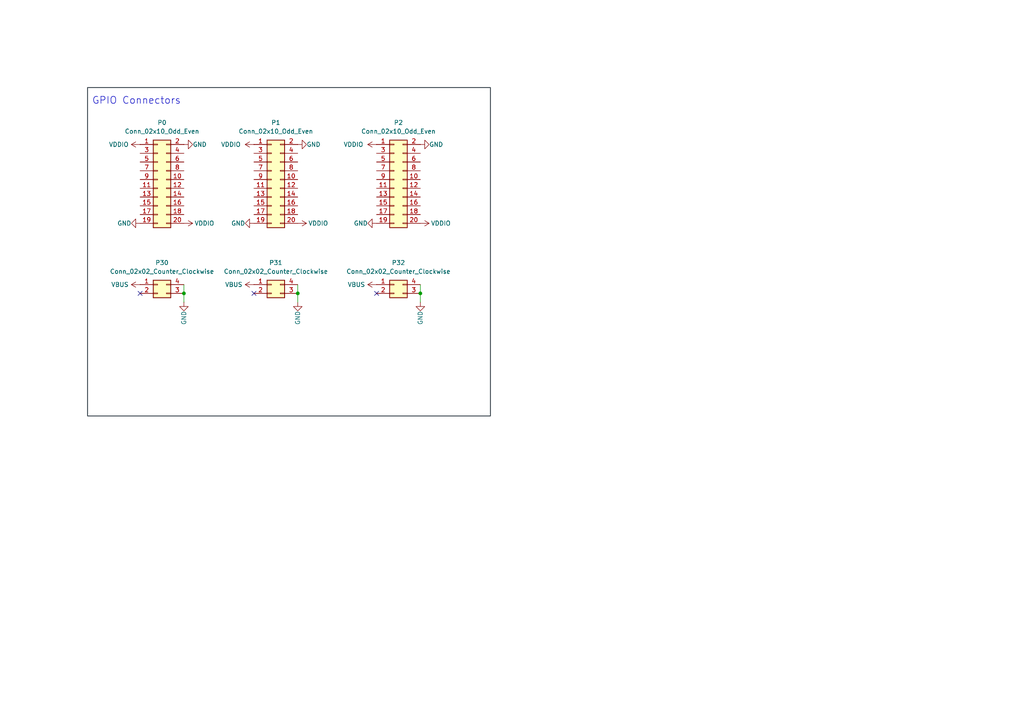
<source format=kicad_sch>
(kicad_sch
	(version 20250114)
	(generator "eeschema")
	(generator_version "9.0")
	(uuid "34cd03b0-09d5-4772-b3d1-246dbe029573")
	(paper "A4")
	(lib_symbols
		(symbol "Connector_Generic:Conn_02x02_Counter_Clockwise"
			(pin_names
				(offset 1.016)
				(hide yes)
			)
			(exclude_from_sim no)
			(in_bom yes)
			(on_board yes)
			(property "Reference" "J"
				(at 1.27 2.54 0)
				(effects
					(font
						(size 1.27 1.27)
					)
				)
			)
			(property "Value" "Conn_02x02_Counter_Clockwise"
				(at 1.27 -5.08 0)
				(effects
					(font
						(size 1.27 1.27)
					)
				)
			)
			(property "Footprint" ""
				(at 0 0 0)
				(effects
					(font
						(size 1.27 1.27)
					)
					(hide yes)
				)
			)
			(property "Datasheet" "~"
				(at 0 0 0)
				(effects
					(font
						(size 1.27 1.27)
					)
					(hide yes)
				)
			)
			(property "Description" "Generic connector, double row, 02x02, counter clockwise pin numbering scheme (similar to DIP package numbering), script generated (kicad-library-utils/schlib/autogen/connector/)"
				(at 0 0 0)
				(effects
					(font
						(size 1.27 1.27)
					)
					(hide yes)
				)
			)
			(property "ki_keywords" "connector"
				(at 0 0 0)
				(effects
					(font
						(size 1.27 1.27)
					)
					(hide yes)
				)
			)
			(property "ki_fp_filters" "Connector*:*_2x??_*"
				(at 0 0 0)
				(effects
					(font
						(size 1.27 1.27)
					)
					(hide yes)
				)
			)
			(symbol "Conn_02x02_Counter_Clockwise_1_1"
				(rectangle
					(start -1.27 1.27)
					(end 3.81 -3.81)
					(stroke
						(width 0.254)
						(type default)
					)
					(fill
						(type background)
					)
				)
				(rectangle
					(start -1.27 0.127)
					(end 0 -0.127)
					(stroke
						(width 0.1524)
						(type default)
					)
					(fill
						(type none)
					)
				)
				(rectangle
					(start -1.27 -2.413)
					(end 0 -2.667)
					(stroke
						(width 0.1524)
						(type default)
					)
					(fill
						(type none)
					)
				)
				(rectangle
					(start 3.81 0.127)
					(end 2.54 -0.127)
					(stroke
						(width 0.1524)
						(type default)
					)
					(fill
						(type none)
					)
				)
				(rectangle
					(start 3.81 -2.413)
					(end 2.54 -2.667)
					(stroke
						(width 0.1524)
						(type default)
					)
					(fill
						(type none)
					)
				)
				(pin passive line
					(at -5.08 0 0)
					(length 3.81)
					(name "Pin_1"
						(effects
							(font
								(size 1.27 1.27)
							)
						)
					)
					(number "1"
						(effects
							(font
								(size 1.27 1.27)
							)
						)
					)
				)
				(pin passive line
					(at -5.08 -2.54 0)
					(length 3.81)
					(name "Pin_2"
						(effects
							(font
								(size 1.27 1.27)
							)
						)
					)
					(number "2"
						(effects
							(font
								(size 1.27 1.27)
							)
						)
					)
				)
				(pin passive line
					(at 7.62 0 180)
					(length 3.81)
					(name "Pin_4"
						(effects
							(font
								(size 1.27 1.27)
							)
						)
					)
					(number "4"
						(effects
							(font
								(size 1.27 1.27)
							)
						)
					)
				)
				(pin passive line
					(at 7.62 -2.54 180)
					(length 3.81)
					(name "Pin_3"
						(effects
							(font
								(size 1.27 1.27)
							)
						)
					)
					(number "3"
						(effects
							(font
								(size 1.27 1.27)
							)
						)
					)
				)
			)
			(embedded_fonts no)
		)
		(symbol "Connector_Generic:Conn_02x10_Odd_Even"
			(pin_names
				(offset 1.016)
				(hide yes)
			)
			(exclude_from_sim no)
			(in_bom yes)
			(on_board yes)
			(property "Reference" "J"
				(at 1.27 12.7 0)
				(effects
					(font
						(size 1.27 1.27)
					)
				)
			)
			(property "Value" "Conn_02x10_Odd_Even"
				(at 1.27 -15.24 0)
				(effects
					(font
						(size 1.27 1.27)
					)
				)
			)
			(property "Footprint" ""
				(at 0 0 0)
				(effects
					(font
						(size 1.27 1.27)
					)
					(hide yes)
				)
			)
			(property "Datasheet" "~"
				(at 0 0 0)
				(effects
					(font
						(size 1.27 1.27)
					)
					(hide yes)
				)
			)
			(property "Description" "Generic connector, double row, 02x10, odd/even pin numbering scheme (row 1 odd numbers, row 2 even numbers), script generated (kicad-library-utils/schlib/autogen/connector/)"
				(at 0 0 0)
				(effects
					(font
						(size 1.27 1.27)
					)
					(hide yes)
				)
			)
			(property "ki_keywords" "connector"
				(at 0 0 0)
				(effects
					(font
						(size 1.27 1.27)
					)
					(hide yes)
				)
			)
			(property "ki_fp_filters" "Connector*:*_2x??_*"
				(at 0 0 0)
				(effects
					(font
						(size 1.27 1.27)
					)
					(hide yes)
				)
			)
			(symbol "Conn_02x10_Odd_Even_1_1"
				(rectangle
					(start -1.27 11.43)
					(end 3.81 -13.97)
					(stroke
						(width 0.254)
						(type default)
					)
					(fill
						(type background)
					)
				)
				(rectangle
					(start -1.27 10.287)
					(end 0 10.033)
					(stroke
						(width 0.1524)
						(type default)
					)
					(fill
						(type none)
					)
				)
				(rectangle
					(start -1.27 7.747)
					(end 0 7.493)
					(stroke
						(width 0.1524)
						(type default)
					)
					(fill
						(type none)
					)
				)
				(rectangle
					(start -1.27 5.207)
					(end 0 4.953)
					(stroke
						(width 0.1524)
						(type default)
					)
					(fill
						(type none)
					)
				)
				(rectangle
					(start -1.27 2.667)
					(end 0 2.413)
					(stroke
						(width 0.1524)
						(type default)
					)
					(fill
						(type none)
					)
				)
				(rectangle
					(start -1.27 0.127)
					(end 0 -0.127)
					(stroke
						(width 0.1524)
						(type default)
					)
					(fill
						(type none)
					)
				)
				(rectangle
					(start -1.27 -2.413)
					(end 0 -2.667)
					(stroke
						(width 0.1524)
						(type default)
					)
					(fill
						(type none)
					)
				)
				(rectangle
					(start -1.27 -4.953)
					(end 0 -5.207)
					(stroke
						(width 0.1524)
						(type default)
					)
					(fill
						(type none)
					)
				)
				(rectangle
					(start -1.27 -7.493)
					(end 0 -7.747)
					(stroke
						(width 0.1524)
						(type default)
					)
					(fill
						(type none)
					)
				)
				(rectangle
					(start -1.27 -10.033)
					(end 0 -10.287)
					(stroke
						(width 0.1524)
						(type default)
					)
					(fill
						(type none)
					)
				)
				(rectangle
					(start -1.27 -12.573)
					(end 0 -12.827)
					(stroke
						(width 0.1524)
						(type default)
					)
					(fill
						(type none)
					)
				)
				(rectangle
					(start 3.81 10.287)
					(end 2.54 10.033)
					(stroke
						(width 0.1524)
						(type default)
					)
					(fill
						(type none)
					)
				)
				(rectangle
					(start 3.81 7.747)
					(end 2.54 7.493)
					(stroke
						(width 0.1524)
						(type default)
					)
					(fill
						(type none)
					)
				)
				(rectangle
					(start 3.81 5.207)
					(end 2.54 4.953)
					(stroke
						(width 0.1524)
						(type default)
					)
					(fill
						(type none)
					)
				)
				(rectangle
					(start 3.81 2.667)
					(end 2.54 2.413)
					(stroke
						(width 0.1524)
						(type default)
					)
					(fill
						(type none)
					)
				)
				(rectangle
					(start 3.81 0.127)
					(end 2.54 -0.127)
					(stroke
						(width 0.1524)
						(type default)
					)
					(fill
						(type none)
					)
				)
				(rectangle
					(start 3.81 -2.413)
					(end 2.54 -2.667)
					(stroke
						(width 0.1524)
						(type default)
					)
					(fill
						(type none)
					)
				)
				(rectangle
					(start 3.81 -4.953)
					(end 2.54 -5.207)
					(stroke
						(width 0.1524)
						(type default)
					)
					(fill
						(type none)
					)
				)
				(rectangle
					(start 3.81 -7.493)
					(end 2.54 -7.747)
					(stroke
						(width 0.1524)
						(type default)
					)
					(fill
						(type none)
					)
				)
				(rectangle
					(start 3.81 -10.033)
					(end 2.54 -10.287)
					(stroke
						(width 0.1524)
						(type default)
					)
					(fill
						(type none)
					)
				)
				(rectangle
					(start 3.81 -12.573)
					(end 2.54 -12.827)
					(stroke
						(width 0.1524)
						(type default)
					)
					(fill
						(type none)
					)
				)
				(pin passive line
					(at -5.08 10.16 0)
					(length 3.81)
					(name "Pin_1"
						(effects
							(font
								(size 1.27 1.27)
							)
						)
					)
					(number "1"
						(effects
							(font
								(size 1.27 1.27)
							)
						)
					)
				)
				(pin passive line
					(at -5.08 7.62 0)
					(length 3.81)
					(name "Pin_3"
						(effects
							(font
								(size 1.27 1.27)
							)
						)
					)
					(number "3"
						(effects
							(font
								(size 1.27 1.27)
							)
						)
					)
				)
				(pin passive line
					(at -5.08 5.08 0)
					(length 3.81)
					(name "Pin_5"
						(effects
							(font
								(size 1.27 1.27)
							)
						)
					)
					(number "5"
						(effects
							(font
								(size 1.27 1.27)
							)
						)
					)
				)
				(pin passive line
					(at -5.08 2.54 0)
					(length 3.81)
					(name "Pin_7"
						(effects
							(font
								(size 1.27 1.27)
							)
						)
					)
					(number "7"
						(effects
							(font
								(size 1.27 1.27)
							)
						)
					)
				)
				(pin passive line
					(at -5.08 0 0)
					(length 3.81)
					(name "Pin_9"
						(effects
							(font
								(size 1.27 1.27)
							)
						)
					)
					(number "9"
						(effects
							(font
								(size 1.27 1.27)
							)
						)
					)
				)
				(pin passive line
					(at -5.08 -2.54 0)
					(length 3.81)
					(name "Pin_11"
						(effects
							(font
								(size 1.27 1.27)
							)
						)
					)
					(number "11"
						(effects
							(font
								(size 1.27 1.27)
							)
						)
					)
				)
				(pin passive line
					(at -5.08 -5.08 0)
					(length 3.81)
					(name "Pin_13"
						(effects
							(font
								(size 1.27 1.27)
							)
						)
					)
					(number "13"
						(effects
							(font
								(size 1.27 1.27)
							)
						)
					)
				)
				(pin passive line
					(at -5.08 -7.62 0)
					(length 3.81)
					(name "Pin_15"
						(effects
							(font
								(size 1.27 1.27)
							)
						)
					)
					(number "15"
						(effects
							(font
								(size 1.27 1.27)
							)
						)
					)
				)
				(pin passive line
					(at -5.08 -10.16 0)
					(length 3.81)
					(name "Pin_17"
						(effects
							(font
								(size 1.27 1.27)
							)
						)
					)
					(number "17"
						(effects
							(font
								(size 1.27 1.27)
							)
						)
					)
				)
				(pin passive line
					(at -5.08 -12.7 0)
					(length 3.81)
					(name "Pin_19"
						(effects
							(font
								(size 1.27 1.27)
							)
						)
					)
					(number "19"
						(effects
							(font
								(size 1.27 1.27)
							)
						)
					)
				)
				(pin passive line
					(at 7.62 10.16 180)
					(length 3.81)
					(name "Pin_2"
						(effects
							(font
								(size 1.27 1.27)
							)
						)
					)
					(number "2"
						(effects
							(font
								(size 1.27 1.27)
							)
						)
					)
				)
				(pin passive line
					(at 7.62 7.62 180)
					(length 3.81)
					(name "Pin_4"
						(effects
							(font
								(size 1.27 1.27)
							)
						)
					)
					(number "4"
						(effects
							(font
								(size 1.27 1.27)
							)
						)
					)
				)
				(pin passive line
					(at 7.62 5.08 180)
					(length 3.81)
					(name "Pin_6"
						(effects
							(font
								(size 1.27 1.27)
							)
						)
					)
					(number "6"
						(effects
							(font
								(size 1.27 1.27)
							)
						)
					)
				)
				(pin passive line
					(at 7.62 2.54 180)
					(length 3.81)
					(name "Pin_8"
						(effects
							(font
								(size 1.27 1.27)
							)
						)
					)
					(number "8"
						(effects
							(font
								(size 1.27 1.27)
							)
						)
					)
				)
				(pin passive line
					(at 7.62 0 180)
					(length 3.81)
					(name "Pin_10"
						(effects
							(font
								(size 1.27 1.27)
							)
						)
					)
					(number "10"
						(effects
							(font
								(size 1.27 1.27)
							)
						)
					)
				)
				(pin passive line
					(at 7.62 -2.54 180)
					(length 3.81)
					(name "Pin_12"
						(effects
							(font
								(size 1.27 1.27)
							)
						)
					)
					(number "12"
						(effects
							(font
								(size 1.27 1.27)
							)
						)
					)
				)
				(pin passive line
					(at 7.62 -5.08 180)
					(length 3.81)
					(name "Pin_14"
						(effects
							(font
								(size 1.27 1.27)
							)
						)
					)
					(number "14"
						(effects
							(font
								(size 1.27 1.27)
							)
						)
					)
				)
				(pin passive line
					(at 7.62 -7.62 180)
					(length 3.81)
					(name "Pin_16"
						(effects
							(font
								(size 1.27 1.27)
							)
						)
					)
					(number "16"
						(effects
							(font
								(size 1.27 1.27)
							)
						)
					)
				)
				(pin passive line
					(at 7.62 -10.16 180)
					(length 3.81)
					(name "Pin_18"
						(effects
							(font
								(size 1.27 1.27)
							)
						)
					)
					(number "18"
						(effects
							(font
								(size 1.27 1.27)
							)
						)
					)
				)
				(pin passive line
					(at 7.62 -12.7 180)
					(length 3.81)
					(name "Pin_20"
						(effects
							(font
								(size 1.27 1.27)
							)
						)
					)
					(number "20"
						(effects
							(font
								(size 1.27 1.27)
							)
						)
					)
				)
			)
			(embedded_fonts no)
		)
		(symbol "power:GND"
			(power)
			(pin_numbers
				(hide yes)
			)
			(pin_names
				(offset 0)
				(hide yes)
			)
			(exclude_from_sim no)
			(in_bom yes)
			(on_board yes)
			(property "Reference" "#PWR"
				(at 0 -6.35 0)
				(effects
					(font
						(size 1.27 1.27)
					)
					(hide yes)
				)
			)
			(property "Value" "GND"
				(at 0 -3.81 0)
				(effects
					(font
						(size 1.27 1.27)
					)
				)
			)
			(property "Footprint" ""
				(at 0 0 0)
				(effects
					(font
						(size 1.27 1.27)
					)
					(hide yes)
				)
			)
			(property "Datasheet" ""
				(at 0 0 0)
				(effects
					(font
						(size 1.27 1.27)
					)
					(hide yes)
				)
			)
			(property "Description" "Power symbol creates a global label with name \"GND\" , ground"
				(at 0 0 0)
				(effects
					(font
						(size 1.27 1.27)
					)
					(hide yes)
				)
			)
			(property "ki_keywords" "global power"
				(at 0 0 0)
				(effects
					(font
						(size 1.27 1.27)
					)
					(hide yes)
				)
			)
			(symbol "GND_0_1"
				(polyline
					(pts
						(xy 0 0) (xy 0 -1.27) (xy 1.27 -1.27) (xy 0 -2.54) (xy -1.27 -1.27) (xy 0 -1.27)
					)
					(stroke
						(width 0)
						(type default)
					)
					(fill
						(type none)
					)
				)
			)
			(symbol "GND_1_1"
				(pin power_in line
					(at 0 0 270)
					(length 0)
					(name "~"
						(effects
							(font
								(size 1.27 1.27)
							)
						)
					)
					(number "1"
						(effects
							(font
								(size 1.27 1.27)
							)
						)
					)
				)
			)
			(embedded_fonts no)
		)
		(symbol "power:VDD"
			(power)
			(pin_numbers
				(hide yes)
			)
			(pin_names
				(offset 0)
				(hide yes)
			)
			(exclude_from_sim no)
			(in_bom yes)
			(on_board yes)
			(property "Reference" "#PWR"
				(at 0 -3.81 0)
				(effects
					(font
						(size 1.27 1.27)
					)
					(hide yes)
				)
			)
			(property "Value" "VDD"
				(at 0 3.556 0)
				(effects
					(font
						(size 1.27 1.27)
					)
				)
			)
			(property "Footprint" ""
				(at 0 0 0)
				(effects
					(font
						(size 1.27 1.27)
					)
					(hide yes)
				)
			)
			(property "Datasheet" ""
				(at 0 0 0)
				(effects
					(font
						(size 1.27 1.27)
					)
					(hide yes)
				)
			)
			(property "Description" "Power symbol creates a global label with name \"VDD\""
				(at 0 0 0)
				(effects
					(font
						(size 1.27 1.27)
					)
					(hide yes)
				)
			)
			(property "ki_keywords" "global power"
				(at 0 0 0)
				(effects
					(font
						(size 1.27 1.27)
					)
					(hide yes)
				)
			)
			(symbol "VDD_0_1"
				(polyline
					(pts
						(xy -0.762 1.27) (xy 0 2.54)
					)
					(stroke
						(width 0)
						(type default)
					)
					(fill
						(type none)
					)
				)
				(polyline
					(pts
						(xy 0 2.54) (xy 0.762 1.27)
					)
					(stroke
						(width 0)
						(type default)
					)
					(fill
						(type none)
					)
				)
				(polyline
					(pts
						(xy 0 0) (xy 0 2.54)
					)
					(stroke
						(width 0)
						(type default)
					)
					(fill
						(type none)
					)
				)
			)
			(symbol "VDD_1_1"
				(pin power_in line
					(at 0 0 90)
					(length 0)
					(name "~"
						(effects
							(font
								(size 1.27 1.27)
							)
						)
					)
					(number "1"
						(effects
							(font
								(size 1.27 1.27)
							)
						)
					)
				)
			)
			(embedded_fonts no)
		)
	)
	(rectangle
		(start 25.4 25.4)
		(end 142.24 120.65)
		(stroke
			(width 0.254)
			(type solid)
			(color 51 63 72 1)
		)
		(fill
			(type none)
		)
		(uuid 0260493d-4612-4c18-9fe6-ce0d8adf38d2)
	)
	(text "GPIO Connectors"
		(exclude_from_sim no)
		(at 26.67 30.48 0)
		(effects
			(font
				(size 2.032 2.032)
			)
			(justify left bottom)
		)
		(uuid "db8b5a60-37b2-4e0f-855b-f3a79fa89694")
	)
	(junction
		(at 121.92 85.09)
		(diameter 0)
		(color 0 0 0 0)
		(uuid "0d997373-a2ff-4f4c-abac-c1239a653346")
	)
	(junction
		(at 53.34 85.09)
		(diameter 0)
		(color 0 0 0 0)
		(uuid "85aae8fb-25bb-451e-a256-f3d7170eb730")
	)
	(junction
		(at 86.36 85.09)
		(diameter 0)
		(color 0 0 0 0)
		(uuid "85f9f2eb-7d4f-4cd3-b45a-5fbaf7bdb72d")
	)
	(no_connect
		(at 40.64 85.09)
		(uuid "720c99d2-b5fa-436b-8a45-6502d23acd64")
	)
	(no_connect
		(at 109.22 85.09)
		(uuid "7ab1a049-6805-4e67-9c03-9132eb775634")
	)
	(no_connect
		(at 73.66 85.09)
		(uuid "b8790ff3-5476-45d5-b42e-86c06668a62d")
	)
	(wire
		(pts
			(xy 86.36 82.55) (xy 86.36 85.09)
		)
		(stroke
			(width 0)
			(type default)
		)
		(uuid "0b84d78a-bb49-4f3f-866b-1428e2fd8631")
	)
	(wire
		(pts
			(xy 53.34 82.55) (xy 53.34 85.09)
		)
		(stroke
			(width 0)
			(type default)
		)
		(uuid "330cb60c-0de6-4fd8-be4a-1fabddcd4ee9")
	)
	(wire
		(pts
			(xy 86.36 85.09) (xy 86.36 87.63)
		)
		(stroke
			(width 0)
			(type default)
		)
		(uuid "399ba8e4-ffaa-4979-bcfa-49d875ee8da4")
	)
	(wire
		(pts
			(xy 121.92 82.55) (xy 121.92 85.09)
		)
		(stroke
			(width 0)
			(type default)
		)
		(uuid "94acb04d-aa11-4c0c-abb1-4806438a7437")
	)
	(wire
		(pts
			(xy 53.34 85.09) (xy 53.34 87.63)
		)
		(stroke
			(width 0)
			(type default)
		)
		(uuid "ad5fe0db-4588-45ca-bab3-63a01b3f9675")
	)
	(wire
		(pts
			(xy 121.92 85.09) (xy 121.92 87.63)
		)
		(stroke
			(width 0)
			(type default)
		)
		(uuid "d08e5c0b-9be2-44bd-9176-df5ff012dda2")
	)
	(symbol
		(lib_id "power:GND")
		(at 40.64 64.77 270)
		(unit 1)
		(exclude_from_sim no)
		(in_bom yes)
		(on_board yes)
		(dnp no)
		(uuid "028c3754-21b7-40ac-b423-76245040cdba")
		(property "Reference" "#PWR020"
			(at 34.29 64.77 0)
			(effects
				(font
					(size 1.27 1.27)
				)
				(hide yes)
			)
		)
		(property "Value" "GND"
			(at 38.1 64.77 90)
			(effects
				(font
					(size 1.27 1.27)
				)
				(justify right)
			)
		)
		(property "Footprint" ""
			(at 40.64 64.77 0)
			(effects
				(font
					(size 1.27 1.27)
				)
				(hide yes)
			)
		)
		(property "Datasheet" ""
			(at 40.64 64.77 0)
			(effects
				(font
					(size 1.27 1.27)
				)
				(hide yes)
			)
		)
		(property "Description" "Power symbol creates a global label with name \"GND\" , ground"
			(at 40.64 64.77 0)
			(effects
				(font
					(size 1.27 1.27)
				)
				(hide yes)
			)
		)
		(pin "1"
			(uuid "d7c1e83c-1afa-46b4-9c0b-2cfcf6f36f60")
		)
		(instances
			(project "nRF54L15_Rebble_Shield"
				(path "/34cd03b0-09d5-4772-b3d1-246dbe029573"
					(reference "#PWR020")
					(unit 1)
				)
			)
		)
	)
	(symbol
		(lib_id "Connector_Generic:Conn_02x10_Odd_Even")
		(at 78.74 52.07 0)
		(unit 1)
		(exclude_from_sim no)
		(in_bom yes)
		(on_board yes)
		(dnp no)
		(fields_autoplaced yes)
		(uuid "16e16517-2659-4922-ba96-054b18f63538")
		(property "Reference" "P1"
			(at 80.01 35.56 0)
			(effects
				(font
					(size 1.27 1.27)
				)
			)
		)
		(property "Value" "Conn_02x10_Odd_Even"
			(at 80.01 38.1 0)
			(effects
				(font
					(size 1.27 1.27)
				)
			)
		)
		(property "Footprint" "nRF54L15-DK - Rebble Hackster Library:PinHeader_2x10_P2.54mm_Vertical"
			(at 78.74 52.07 0)
			(effects
				(font
					(size 1.27 1.27)
				)
				(hide yes)
			)
		)
		(property "Datasheet" "~"
			(at 78.74 52.07 0)
			(effects
				(font
					(size 1.27 1.27)
				)
				(hide yes)
			)
		)
		(property "Description" "Generic connector, double row, 02x10, odd/even pin numbering scheme (row 1 odd numbers, row 2 even numbers), script generated (kicad-library-utils/schlib/autogen/connector/)"
			(at 78.74 52.07 0)
			(effects
				(font
					(size 1.27 1.27)
				)
				(hide yes)
			)
		)
		(pin "3"
			(uuid "a82f45f2-ad37-4c7f-8464-58b1bfec09f0")
		)
		(pin "15"
			(uuid "68ec1c33-bad5-468e-8f73-dd90e539f0ef")
		)
		(pin "7"
			(uuid "47d2ce8d-d2c5-4809-ab21-47cd88d41be1")
		)
		(pin "2"
			(uuid "f7155c1f-8a54-443f-8316-ef1f8d0f0b0c")
		)
		(pin "18"
			(uuid "1d54c35a-fef8-448c-a12a-f3153d1e9b21")
		)
		(pin "4"
			(uuid "0202393f-1bf1-4a13-9ff0-e988bbab10b1")
		)
		(pin "10"
			(uuid "0c1a2e31-31d3-4780-891f-08a158ad7d08")
		)
		(pin "5"
			(uuid "3181a716-01c8-4320-9de3-b4036b1318cc")
		)
		(pin "11"
			(uuid "8a3243d8-49ef-480b-8202-d04809438b31")
		)
		(pin "12"
			(uuid "a79c99b8-da14-44bf-ba58-3c7838cee7a8")
		)
		(pin "14"
			(uuid "3b219547-82eb-42d6-8286-feb482ffe244")
		)
		(pin "8"
			(uuid "52915c07-d73c-4394-a87f-32286f43cd43")
		)
		(pin "9"
			(uuid "c3184734-b4df-4452-945a-18c49cdab0d2")
		)
		(pin "17"
			(uuid "47b26534-2e18-4a6b-966f-99eaa0670e90")
		)
		(pin "16"
			(uuid "4463542b-b450-45c3-ac97-c4d66940f545")
		)
		(pin "19"
			(uuid "a5fdce2c-6ff1-4afa-8c42-1c428a1bb828")
		)
		(pin "13"
			(uuid "c0268be0-d4a6-4143-a252-0a002d7105a7")
		)
		(pin "6"
			(uuid "db33b11c-fc34-436a-a934-e292a05b95b1")
		)
		(pin "1"
			(uuid "be950216-e80e-4675-b16c-45bd1ebb43e5")
		)
		(pin "20"
			(uuid "dc1bbeeb-60cd-4e57-aaf4-f4332b48d1d2")
		)
		(instances
			(project "nRF54L15_Rebble_Shield"
				(path "/34cd03b0-09d5-4772-b3d1-246dbe029573"
					(reference "P1")
					(unit 1)
				)
			)
		)
	)
	(symbol
		(lib_id "power:VDD")
		(at 86.36 64.77 270)
		(unit 1)
		(exclude_from_sim no)
		(in_bom yes)
		(on_board yes)
		(dnp no)
		(uuid "1c53a394-5e7d-4222-b379-2abf24770940")
		(property "Reference" "#PWR023"
			(at 82.55 64.77 0)
			(effects
				(font
					(size 1.27 1.27)
				)
				(hide yes)
			)
		)
		(property "Value" "VDDIO"
			(at 89.408 64.77 90)
			(effects
				(font
					(size 1.27 1.27)
				)
				(justify left)
			)
		)
		(property "Footprint" ""
			(at 86.36 64.77 0)
			(effects
				(font
					(size 1.27 1.27)
				)
				(hide yes)
			)
		)
		(property "Datasheet" ""
			(at 86.36 64.77 0)
			(effects
				(font
					(size 1.27 1.27)
				)
				(hide yes)
			)
		)
		(property "Description" "Power symbol creates a global label with name \"VDD\""
			(at 86.36 64.77 0)
			(effects
				(font
					(size 1.27 1.27)
				)
				(hide yes)
			)
		)
		(pin "1"
			(uuid "0ad3721f-ba57-4544-8c86-b33502863fd4")
		)
		(instances
			(project "nRF54L15_Rebble_Shield"
				(path "/34cd03b0-09d5-4772-b3d1-246dbe029573"
					(reference "#PWR023")
					(unit 1)
				)
			)
		)
	)
	(symbol
		(lib_id "power:GND")
		(at 121.92 87.63 0)
		(unit 1)
		(exclude_from_sim no)
		(in_bom yes)
		(on_board yes)
		(dnp no)
		(uuid "1d9c7121-4ae5-49af-948c-78efc0d967fa")
		(property "Reference" "#PWR029"
			(at 121.92 93.98 0)
			(effects
				(font
					(size 1.27 1.27)
				)
				(hide yes)
			)
		)
		(property "Value" "GND"
			(at 121.92 90.17 90)
			(effects
				(font
					(size 1.27 1.27)
				)
				(justify right)
			)
		)
		(property "Footprint" ""
			(at 121.92 87.63 0)
			(effects
				(font
					(size 1.27 1.27)
				)
				(hide yes)
			)
		)
		(property "Datasheet" ""
			(at 121.92 87.63 0)
			(effects
				(font
					(size 1.27 1.27)
				)
				(hide yes)
			)
		)
		(property "Description" "Power symbol creates a global label with name \"GND\" , ground"
			(at 121.92 87.63 0)
			(effects
				(font
					(size 1.27 1.27)
				)
				(hide yes)
			)
		)
		(pin "1"
			(uuid "76891373-7457-4fe9-be47-8558a3dff5ef")
		)
		(instances
			(project "nRF54L15_Rebble_Shield"
				(path "/34cd03b0-09d5-4772-b3d1-246dbe029573"
					(reference "#PWR029")
					(unit 1)
				)
			)
		)
	)
	(symbol
		(lib_id "power:VDD")
		(at 73.66 82.55 90)
		(unit 1)
		(exclude_from_sim no)
		(in_bom yes)
		(on_board yes)
		(dnp no)
		(uuid "324fb290-1cb5-435f-9a11-5bf1c2d516f6")
		(property "Reference" "#PWR07"
			(at 77.47 82.55 0)
			(effects
				(font
					(size 1.27 1.27)
				)
				(hide yes)
			)
		)
		(property "Value" "VBUS"
			(at 70.358 82.55 90)
			(effects
				(font
					(size 1.27 1.27)
				)
				(justify left)
			)
		)
		(property "Footprint" ""
			(at 73.66 82.55 0)
			(effects
				(font
					(size 1.27 1.27)
				)
				(hide yes)
			)
		)
		(property "Datasheet" ""
			(at 73.66 82.55 0)
			(effects
				(font
					(size 1.27 1.27)
				)
				(hide yes)
			)
		)
		(property "Description" "Power symbol creates a global label with name \"VDD\""
			(at 73.66 82.55 0)
			(effects
				(font
					(size 1.27 1.27)
				)
				(hide yes)
			)
		)
		(pin "1"
			(uuid "a3721e0f-b66c-44c5-ae94-c88ac6e2b139")
		)
		(instances
			(project "nRF54L15_Rebble_Shield"
				(path "/34cd03b0-09d5-4772-b3d1-246dbe029573"
					(reference "#PWR07")
					(unit 1)
				)
			)
		)
	)
	(symbol
		(lib_id "power:GND")
		(at 53.34 41.91 90)
		(unit 1)
		(exclude_from_sim no)
		(in_bom yes)
		(on_board yes)
		(dnp no)
		(uuid "36282917-c8f7-4a3a-8e86-fed233fc4e31")
		(property "Reference" "#PWR012"
			(at 59.69 41.91 0)
			(effects
				(font
					(size 1.27 1.27)
				)
				(hide yes)
			)
		)
		(property "Value" "GND"
			(at 55.88 41.91 90)
			(effects
				(font
					(size 1.27 1.27)
				)
				(justify right)
			)
		)
		(property "Footprint" ""
			(at 53.34 41.91 0)
			(effects
				(font
					(size 1.27 1.27)
				)
				(hide yes)
			)
		)
		(property "Datasheet" ""
			(at 53.34 41.91 0)
			(effects
				(font
					(size 1.27 1.27)
				)
				(hide yes)
			)
		)
		(property "Description" "Power symbol creates a global label with name \"GND\" , ground"
			(at 53.34 41.91 0)
			(effects
				(font
					(size 1.27 1.27)
				)
				(hide yes)
			)
		)
		(pin "1"
			(uuid "faf838fa-45c1-47f4-872c-48ce0d06074d")
		)
		(instances
			(project "nRF54L15_Rebble_Shield"
				(path "/34cd03b0-09d5-4772-b3d1-246dbe029573"
					(reference "#PWR012")
					(unit 1)
				)
			)
		)
	)
	(symbol
		(lib_id "power:GND")
		(at 73.66 64.77 270)
		(unit 1)
		(exclude_from_sim no)
		(in_bom yes)
		(on_board yes)
		(dnp no)
		(uuid "427559dc-52b0-4503-a597-4d33d57e16a9")
		(property "Reference" "#PWR021"
			(at 67.31 64.77 0)
			(effects
				(font
					(size 1.27 1.27)
				)
				(hide yes)
			)
		)
		(property "Value" "GND"
			(at 71.12 64.77 90)
			(effects
				(font
					(size 1.27 1.27)
				)
				(justify right)
			)
		)
		(property "Footprint" ""
			(at 73.66 64.77 0)
			(effects
				(font
					(size 1.27 1.27)
				)
				(hide yes)
			)
		)
		(property "Datasheet" ""
			(at 73.66 64.77 0)
			(effects
				(font
					(size 1.27 1.27)
				)
				(hide yes)
			)
		)
		(property "Description" "Power symbol creates a global label with name \"GND\" , ground"
			(at 73.66 64.77 0)
			(effects
				(font
					(size 1.27 1.27)
				)
				(hide yes)
			)
		)
		(pin "1"
			(uuid "16849131-68fa-4036-9d0b-3747ebca77eb")
		)
		(instances
			(project "nRF54L15_Rebble_Shield"
				(path "/34cd03b0-09d5-4772-b3d1-246dbe029573"
					(reference "#PWR021")
					(unit 1)
				)
			)
		)
	)
	(symbol
		(lib_id "Connector_Generic:Conn_02x02_Counter_Clockwise")
		(at 78.74 82.55 0)
		(unit 1)
		(exclude_from_sim no)
		(in_bom yes)
		(on_board yes)
		(dnp no)
		(fields_autoplaced yes)
		(uuid "489e2bb2-b70c-4b73-a833-0cd5290010ed")
		(property "Reference" "P31"
			(at 80.01 76.2 0)
			(effects
				(font
					(size 1.27 1.27)
				)
			)
		)
		(property "Value" "Conn_02x02_Counter_Clockwise"
			(at 80.01 78.74 0)
			(effects
				(font
					(size 1.27 1.27)
				)
			)
		)
		(property "Footprint" "nRF54L15-DK - Rebble Hackster Library:PinHeader_2x02_P2.54mm_Vertical"
			(at 78.74 82.55 0)
			(effects
				(font
					(size 1.27 1.27)
				)
				(hide yes)
			)
		)
		(property "Datasheet" "~"
			(at 78.74 82.55 0)
			(effects
				(font
					(size 1.27 1.27)
				)
				(hide yes)
			)
		)
		(property "Description" "Generic connector, double row, 02x02, counter clockwise pin numbering scheme (similar to DIP package numbering), script generated (kicad-library-utils/schlib/autogen/connector/)"
			(at 78.74 82.55 0)
			(effects
				(font
					(size 1.27 1.27)
				)
				(hide yes)
			)
		)
		(pin "2"
			(uuid "5920db9c-7572-4821-99ef-9637c1669070")
		)
		(pin "1"
			(uuid "3ad64b55-b471-4d67-a35b-274665746947")
		)
		(pin "4"
			(uuid "8b135c27-269e-4e87-8cda-b7ed0c3a4a2d")
		)
		(pin "3"
			(uuid "b502496b-a570-40f1-91e7-b61a78acfa0d")
		)
		(instances
			(project "nRF54L15_Rebble_Shield"
				(path "/34cd03b0-09d5-4772-b3d1-246dbe029573"
					(reference "P31")
					(unit 1)
				)
			)
		)
	)
	(symbol
		(lib_id "power:VDD")
		(at 40.64 82.55 90)
		(unit 1)
		(exclude_from_sim no)
		(in_bom yes)
		(on_board yes)
		(dnp no)
		(uuid "4caebdc8-9554-4b67-8104-948923768c72")
		(property "Reference" "#PWR06"
			(at 44.45 82.55 0)
			(effects
				(font
					(size 1.27 1.27)
				)
				(hide yes)
			)
		)
		(property "Value" "VBUS"
			(at 37.338 82.55 90)
			(effects
				(font
					(size 1.27 1.27)
				)
				(justify left)
			)
		)
		(property "Footprint" ""
			(at 40.64 82.55 0)
			(effects
				(font
					(size 1.27 1.27)
				)
				(hide yes)
			)
		)
		(property "Datasheet" ""
			(at 40.64 82.55 0)
			(effects
				(font
					(size 1.27 1.27)
				)
				(hide yes)
			)
		)
		(property "Description" "Power symbol creates a global label with name \"VDD\""
			(at 40.64 82.55 0)
			(effects
				(font
					(size 1.27 1.27)
				)
				(hide yes)
			)
		)
		(pin "1"
			(uuid "3ccad32b-46e7-4d9e-a47f-d2a605f7f207")
		)
		(instances
			(project "nRF54L15_Rebble_Shield"
				(path "/34cd03b0-09d5-4772-b3d1-246dbe029573"
					(reference "#PWR06")
					(unit 1)
				)
			)
		)
	)
	(symbol
		(lib_id "power:GND")
		(at 109.22 64.77 270)
		(unit 1)
		(exclude_from_sim no)
		(in_bom yes)
		(on_board yes)
		(dnp no)
		(uuid "52166521-4047-436e-b52b-3c6462fb5d9a")
		(property "Reference" "#PWR025"
			(at 102.87 64.77 0)
			(effects
				(font
					(size 1.27 1.27)
				)
				(hide yes)
			)
		)
		(property "Value" "GND"
			(at 106.68 64.77 90)
			(effects
				(font
					(size 1.27 1.27)
				)
				(justify right)
			)
		)
		(property "Footprint" ""
			(at 109.22 64.77 0)
			(effects
				(font
					(size 1.27 1.27)
				)
				(hide yes)
			)
		)
		(property "Datasheet" ""
			(at 109.22 64.77 0)
			(effects
				(font
					(size 1.27 1.27)
				)
				(hide yes)
			)
		)
		(property "Description" "Power symbol creates a global label with name \"GND\" , ground"
			(at 109.22 64.77 0)
			(effects
				(font
					(size 1.27 1.27)
				)
				(hide yes)
			)
		)
		(pin "1"
			(uuid "f1211531-a349-4938-b580-49dba81004c9")
		)
		(instances
			(project "nRF54L15_Rebble_Shield"
				(path "/34cd03b0-09d5-4772-b3d1-246dbe029573"
					(reference "#PWR025")
					(unit 1)
				)
			)
		)
	)
	(symbol
		(lib_id "Connector_Generic:Conn_02x02_Counter_Clockwise")
		(at 114.3 82.55 0)
		(unit 1)
		(exclude_from_sim no)
		(in_bom yes)
		(on_board yes)
		(dnp no)
		(fields_autoplaced yes)
		(uuid "56590cac-e926-4d93-b2d4-7ddf27b03346")
		(property "Reference" "P32"
			(at 115.57 76.2 0)
			(effects
				(font
					(size 1.27 1.27)
				)
			)
		)
		(property "Value" "Conn_02x02_Counter_Clockwise"
			(at 115.57 78.74 0)
			(effects
				(font
					(size 1.27 1.27)
				)
			)
		)
		(property "Footprint" "nRF54L15-DK - Rebble Hackster Library:PinHeader_2x02_P2.54mm_Vertical"
			(at 114.3 82.55 0)
			(effects
				(font
					(size 1.27 1.27)
				)
				(hide yes)
			)
		)
		(property "Datasheet" "~"
			(at 114.3 82.55 0)
			(effects
				(font
					(size 1.27 1.27)
				)
				(hide yes)
			)
		)
		(property "Description" "Generic connector, double row, 02x02, counter clockwise pin numbering scheme (similar to DIP package numbering), script generated (kicad-library-utils/schlib/autogen/connector/)"
			(at 114.3 82.55 0)
			(effects
				(font
					(size 1.27 1.27)
				)
				(hide yes)
			)
		)
		(pin "2"
			(uuid "ba9ccfff-970f-48c1-9624-48caece19ee0")
		)
		(pin "1"
			(uuid "a184a3a9-ff90-438a-9355-a0634ab72dba")
		)
		(pin "4"
			(uuid "6f9419ea-0161-4fce-96da-3df9f580c252")
		)
		(pin "3"
			(uuid "caac9a21-76f9-4805-b304-4194861b2b22")
		)
		(instances
			(project "nRF54L15_Rebble_Shield"
				(path "/34cd03b0-09d5-4772-b3d1-246dbe029573"
					(reference "P32")
					(unit 1)
				)
			)
		)
	)
	(symbol
		(lib_id "power:VDD")
		(at 109.22 82.55 90)
		(unit 1)
		(exclude_from_sim no)
		(in_bom yes)
		(on_board yes)
		(dnp no)
		(uuid "5ee3f043-2ea4-4bf9-8b85-28bc508603a1")
		(property "Reference" "#PWR010"
			(at 113.03 82.55 0)
			(effects
				(font
					(size 1.27 1.27)
				)
				(hide yes)
			)
		)
		(property "Value" "VBUS"
			(at 105.918 82.55 90)
			(effects
				(font
					(size 1.27 1.27)
				)
				(justify left)
			)
		)
		(property "Footprint" ""
			(at 109.22 82.55 0)
			(effects
				(font
					(size 1.27 1.27)
				)
				(hide yes)
			)
		)
		(property "Datasheet" ""
			(at 109.22 82.55 0)
			(effects
				(font
					(size 1.27 1.27)
				)
				(hide yes)
			)
		)
		(property "Description" "Power symbol creates a global label with name \"VDD\""
			(at 109.22 82.55 0)
			(effects
				(font
					(size 1.27 1.27)
				)
				(hide yes)
			)
		)
		(pin "1"
			(uuid "4ee94787-1053-45ef-a554-98540de5ac8c")
		)
		(instances
			(project "nRF54L15_Rebble_Shield"
				(path "/34cd03b0-09d5-4772-b3d1-246dbe029573"
					(reference "#PWR010")
					(unit 1)
				)
			)
		)
	)
	(symbol
		(lib_id "Connector_Generic:Conn_02x10_Odd_Even")
		(at 114.3 52.07 0)
		(unit 1)
		(exclude_from_sim no)
		(in_bom yes)
		(on_board yes)
		(dnp no)
		(fields_autoplaced yes)
		(uuid "70776530-6f85-48f8-9717-54d88b409e6c")
		(property "Reference" "P2"
			(at 115.57 35.56 0)
			(effects
				(font
					(size 1.27 1.27)
				)
			)
		)
		(property "Value" "Conn_02x10_Odd_Even"
			(at 115.57 38.1 0)
			(effects
				(font
					(size 1.27 1.27)
				)
			)
		)
		(property "Footprint" "nRF54L15-DK - Rebble Hackster Library:PinHeader_2x10_P2.54mm_Vertical"
			(at 114.3 52.07 0)
			(effects
				(font
					(size 1.27 1.27)
				)
				(hide yes)
			)
		)
		(property "Datasheet" "~"
			(at 114.3 52.07 0)
			(effects
				(font
					(size 1.27 1.27)
				)
				(hide yes)
			)
		)
		(property "Description" "Generic connector, double row, 02x10, odd/even pin numbering scheme (row 1 odd numbers, row 2 even numbers), script generated (kicad-library-utils/schlib/autogen/connector/)"
			(at 114.3 52.07 0)
			(effects
				(font
					(size 1.27 1.27)
				)
				(hide yes)
			)
		)
		(pin "3"
			(uuid "e488340a-822d-4a53-b897-58aba610b9d1")
		)
		(pin "15"
			(uuid "465bd891-b4da-41c2-979a-2d251741603e")
		)
		(pin "7"
			(uuid "85bd7323-d4fe-40d4-a9d5-07c54c716327")
		)
		(pin "2"
			(uuid "15ea9697-aa48-42e8-9f6d-8819d2fb8888")
		)
		(pin "18"
			(uuid "e90d3c44-24c0-4bbc-86e3-53085bb4be87")
		)
		(pin "4"
			(uuid "6677dbb6-f57b-4fa4-96b1-8ee3a046a692")
		)
		(pin "10"
			(uuid "094dd5e7-d27c-4420-afff-c3263f70d0dc")
		)
		(pin "5"
			(uuid "d2f3e57f-4dc7-40c2-a9c2-bb0d9ace1f62")
		)
		(pin "11"
			(uuid "e01003f2-30dd-42b4-88ea-0c96093df3dd")
		)
		(pin "12"
			(uuid "31c6cffb-18e2-427e-b6e2-7d295d932326")
		)
		(pin "14"
			(uuid "9cf31263-9568-416e-b260-5f1d350fbac8")
		)
		(pin "8"
			(uuid "07bea13f-0bc0-4822-9649-85e279d956e9")
		)
		(pin "9"
			(uuid "c5a950b8-fdfb-4fce-8717-9394bea90c1c")
		)
		(pin "17"
			(uuid "c7940194-5962-47e3-8298-eb28874b0590")
		)
		(pin "16"
			(uuid "d266b3fb-c378-473e-ba5a-803fcd3b80ba")
		)
		(pin "19"
			(uuid "d407f2ad-7830-4967-a884-16d5702274d4")
		)
		(pin "13"
			(uuid "cb43f5f8-9a12-4b80-8ee8-a9de06a834f0")
		)
		(pin "6"
			(uuid "5c4063d1-0a3b-455e-b1f4-1a30b2ac2abf")
		)
		(pin "1"
			(uuid "1176ece2-482a-4b0e-9f93-29772d334385")
		)
		(pin "20"
			(uuid "9b97a5bd-9f2b-4372-945c-c91e9e25ccc3")
		)
		(instances
			(project "nRF54L15_Rebble_Shield"
				(path "/34cd03b0-09d5-4772-b3d1-246dbe029573"
					(reference "P2")
					(unit 1)
				)
			)
		)
	)
	(symbol
		(lib_id "power:GND")
		(at 86.36 87.63 0)
		(unit 1)
		(exclude_from_sim no)
		(in_bom yes)
		(on_board yes)
		(dnp no)
		(uuid "921a28a6-54f8-4edd-8f50-5920254d165e")
		(property "Reference" "#PWR028"
			(at 86.36 93.98 0)
			(effects
				(font
					(size 1.27 1.27)
				)
				(hide yes)
			)
		)
		(property "Value" "GND"
			(at 86.36 90.17 90)
			(effects
				(font
					(size 1.27 1.27)
				)
				(justify right)
			)
		)
		(property "Footprint" ""
			(at 86.36 87.63 0)
			(effects
				(font
					(size 1.27 1.27)
				)
				(hide yes)
			)
		)
		(property "Datasheet" ""
			(at 86.36 87.63 0)
			(effects
				(font
					(size 1.27 1.27)
				)
				(hide yes)
			)
		)
		(property "Description" "Power symbol creates a global label with name \"GND\" , ground"
			(at 86.36 87.63 0)
			(effects
				(font
					(size 1.27 1.27)
				)
				(hide yes)
			)
		)
		(pin "1"
			(uuid "72e230fc-0841-4539-ae48-5bb166b85e89")
		)
		(instances
			(project "nRF54L15_Rebble_Shield"
				(path "/34cd03b0-09d5-4772-b3d1-246dbe029573"
					(reference "#PWR028")
					(unit 1)
				)
			)
		)
	)
	(symbol
		(lib_id "Connector_Generic:Conn_02x10_Odd_Even")
		(at 45.72 52.07 0)
		(unit 1)
		(exclude_from_sim no)
		(in_bom yes)
		(on_board yes)
		(dnp no)
		(fields_autoplaced yes)
		(uuid "9688ac6c-ea78-4617-a813-14fd084dd3dc")
		(property "Reference" "P0"
			(at 46.99 35.56 0)
			(effects
				(font
					(size 1.27 1.27)
				)
			)
		)
		(property "Value" "Conn_02x10_Odd_Even"
			(at 46.99 38.1 0)
			(effects
				(font
					(size 1.27 1.27)
				)
			)
		)
		(property "Footprint" "nRF54L15-DK - Rebble Hackster Library:PinHeader_2x10_P2.54mm_Vertical"
			(at 45.72 52.07 0)
			(effects
				(font
					(size 1.27 1.27)
				)
				(hide yes)
			)
		)
		(property "Datasheet" "~"
			(at 45.72 52.07 0)
			(effects
				(font
					(size 1.27 1.27)
				)
				(hide yes)
			)
		)
		(property "Description" "Generic connector, double row, 02x10, odd/even pin numbering scheme (row 1 odd numbers, row 2 even numbers), script generated (kicad-library-utils/schlib/autogen/connector/)"
			(at 45.72 52.07 0)
			(effects
				(font
					(size 1.27 1.27)
				)
				(hide yes)
			)
		)
		(pin "3"
			(uuid "a089c456-184e-4208-964b-b29bd0363787")
		)
		(pin "15"
			(uuid "fdd8c6d6-c525-4f3a-97a3-13c74a16a080")
		)
		(pin "7"
			(uuid "d0228329-fa7d-4a2d-8369-a4e9fc36a6eb")
		)
		(pin "2"
			(uuid "88185d1c-159a-4112-ab4e-933e50af4e1a")
		)
		(pin "18"
			(uuid "6391448f-c2d6-4926-aa5b-b784f0367300")
		)
		(pin "4"
			(uuid "2325fe4c-59ab-441b-9ba4-ade42aee8cc6")
		)
		(pin "10"
			(uuid "d51ae7bb-a16a-4415-9406-791ea1ccb9b8")
		)
		(pin "5"
			(uuid "2d27ba0d-29b2-47d7-a98f-f52db027b1ae")
		)
		(pin "11"
			(uuid "6f37e3c4-491f-4902-92d6-96ae756f9fa0")
		)
		(pin "12"
			(uuid "45cf00f5-11b0-4156-a660-8c60be111931")
		)
		(pin "14"
			(uuid "c5ad5b3c-ae42-4991-88a7-7f3a89714ba1")
		)
		(pin "8"
			(uuid "30557f70-39b2-4756-9f5f-b7e06708f247")
		)
		(pin "9"
			(uuid "04947da4-5ca1-472e-8740-45b2d11f0e13")
		)
		(pin "17"
			(uuid "b8332ed3-c2c5-4367-98f5-37c7c26a3e9e")
		)
		(pin "16"
			(uuid "0a0c08cb-2b7a-4916-8b9e-b4474bde8f7c")
		)
		(pin "19"
			(uuid "bc63237e-434a-432c-a4e1-a71e71fcd803")
		)
		(pin "13"
			(uuid "4976b853-df7a-49f0-942d-6682a4cc0d6b")
		)
		(pin "6"
			(uuid "4842f8c9-b22e-4a13-9f75-9dd2bda58374")
		)
		(pin "1"
			(uuid "e329994d-0e9c-4eaf-8691-e881626a3fa2")
		)
		(pin "20"
			(uuid "3d019496-02e4-437b-8ac8-f9f0ba1fb602")
		)
		(instances
			(project ""
				(path "/34cd03b0-09d5-4772-b3d1-246dbe029573"
					(reference "P0")
					(unit 1)
				)
			)
		)
	)
	(symbol
		(lib_id "power:VDD")
		(at 109.22 41.91 90)
		(unit 1)
		(exclude_from_sim no)
		(in_bom yes)
		(on_board yes)
		(dnp no)
		(uuid "c4603514-7334-4bb4-a40f-a345fbceba7d")
		(property "Reference" "#PWR09"
			(at 113.03 41.91 0)
			(effects
				(font
					(size 1.27 1.27)
				)
				(hide yes)
			)
		)
		(property "Value" "VDDIO"
			(at 105.41 41.91 90)
			(effects
				(font
					(size 1.27 1.27)
				)
				(justify left)
			)
		)
		(property "Footprint" ""
			(at 109.22 41.91 0)
			(effects
				(font
					(size 1.27 1.27)
				)
				(hide yes)
			)
		)
		(property "Datasheet" ""
			(at 109.22 41.91 0)
			(effects
				(font
					(size 1.27 1.27)
				)
				(hide yes)
			)
		)
		(property "Description" "Power symbol creates a global label with name \"VDD\""
			(at 109.22 41.91 0)
			(effects
				(font
					(size 1.27 1.27)
				)
				(hide yes)
			)
		)
		(pin "1"
			(uuid "760f57e5-035f-4c9f-bcb1-55839efc2762")
		)
		(instances
			(project "nRF54L15_Rebble_Shield"
				(path "/34cd03b0-09d5-4772-b3d1-246dbe029573"
					(reference "#PWR09")
					(unit 1)
				)
			)
		)
	)
	(symbol
		(lib_id "power:GND")
		(at 86.36 41.91 90)
		(unit 1)
		(exclude_from_sim no)
		(in_bom yes)
		(on_board yes)
		(dnp no)
		(uuid "cab7d0fb-b0ef-46e8-971a-8b9fe192d72a")
		(property "Reference" "#PWR022"
			(at 92.71 41.91 0)
			(effects
				(font
					(size 1.27 1.27)
				)
				(hide yes)
			)
		)
		(property "Value" "GND"
			(at 88.9 41.91 90)
			(effects
				(font
					(size 1.27 1.27)
				)
				(justify right)
			)
		)
		(property "Footprint" ""
			(at 86.36 41.91 0)
			(effects
				(font
					(size 1.27 1.27)
				)
				(hide yes)
			)
		)
		(property "Datasheet" ""
			(at 86.36 41.91 0)
			(effects
				(font
					(size 1.27 1.27)
				)
				(hide yes)
			)
		)
		(property "Description" "Power symbol creates a global label with name \"GND\" , ground"
			(at 86.36 41.91 0)
			(effects
				(font
					(size 1.27 1.27)
				)
				(hide yes)
			)
		)
		(pin "1"
			(uuid "f07f77cd-c523-477f-b33c-c0bb84e0b58c")
		)
		(instances
			(project "nRF54L15_Rebble_Shield"
				(path "/34cd03b0-09d5-4772-b3d1-246dbe029573"
					(reference "#PWR022")
					(unit 1)
				)
			)
		)
	)
	(symbol
		(lib_id "power:GND")
		(at 53.34 87.63 0)
		(unit 1)
		(exclude_from_sim no)
		(in_bom yes)
		(on_board yes)
		(dnp no)
		(uuid "cdd00fbc-91a3-4949-b6b2-68ea13d5dbe0")
		(property "Reference" "#PWR024"
			(at 53.34 93.98 0)
			(effects
				(font
					(size 1.27 1.27)
				)
				(hide yes)
			)
		)
		(property "Value" "GND"
			(at 53.34 90.17 90)
			(effects
				(font
					(size 1.27 1.27)
				)
				(justify right)
			)
		)
		(property "Footprint" ""
			(at 53.34 87.63 0)
			(effects
				(font
					(size 1.27 1.27)
				)
				(hide yes)
			)
		)
		(property "Datasheet" ""
			(at 53.34 87.63 0)
			(effects
				(font
					(size 1.27 1.27)
				)
				(hide yes)
			)
		)
		(property "Description" "Power symbol creates a global label with name \"GND\" , ground"
			(at 53.34 87.63 0)
			(effects
				(font
					(size 1.27 1.27)
				)
				(hide yes)
			)
		)
		(pin "1"
			(uuid "fc06a25a-6116-459b-ba53-83c4f0976f80")
		)
		(instances
			(project "nRF54L15_Rebble_Shield"
				(path "/34cd03b0-09d5-4772-b3d1-246dbe029573"
					(reference "#PWR024")
					(unit 1)
				)
			)
		)
	)
	(symbol
		(lib_id "Connector_Generic:Conn_02x02_Counter_Clockwise")
		(at 45.72 82.55 0)
		(unit 1)
		(exclude_from_sim no)
		(in_bom yes)
		(on_board yes)
		(dnp no)
		(fields_autoplaced yes)
		(uuid "cdea3bfb-612e-4038-bebc-bc28dce4522e")
		(property "Reference" "P30"
			(at 46.99 76.2 0)
			(effects
				(font
					(size 1.27 1.27)
				)
			)
		)
		(property "Value" "Conn_02x02_Counter_Clockwise"
			(at 46.99 78.74 0)
			(effects
				(font
					(size 1.27 1.27)
				)
			)
		)
		(property "Footprint" "nRF54L15-DK - Rebble Hackster Library:PinHeader_2x02_P2.54mm_Vertical"
			(at 45.72 82.55 0)
			(effects
				(font
					(size 1.27 1.27)
				)
				(hide yes)
			)
		)
		(property "Datasheet" "~"
			(at 45.72 82.55 0)
			(effects
				(font
					(size 1.27 1.27)
				)
				(hide yes)
			)
		)
		(property "Description" "Generic connector, double row, 02x02, counter clockwise pin numbering scheme (similar to DIP package numbering), script generated (kicad-library-utils/schlib/autogen/connector/)"
			(at 45.72 82.55 0)
			(effects
				(font
					(size 1.27 1.27)
				)
				(hide yes)
			)
		)
		(pin "2"
			(uuid "3c9341ce-f45e-40c2-af09-69096cf36680")
		)
		(pin "1"
			(uuid "14661f55-2b6f-4bd0-a94d-0aef60ae27bf")
		)
		(pin "4"
			(uuid "5774f989-5495-48ab-a641-92cda29a1764")
		)
		(pin "3"
			(uuid "785f6bc8-19f3-4ec5-b012-d678dd3a60b7")
		)
		(instances
			(project ""
				(path "/34cd03b0-09d5-4772-b3d1-246dbe029573"
					(reference "P30")
					(unit 1)
				)
			)
		)
	)
	(symbol
		(lib_id "power:VDD")
		(at 40.64 41.91 90)
		(unit 1)
		(exclude_from_sim no)
		(in_bom yes)
		(on_board yes)
		(dnp no)
		(uuid "d0a08afb-8dc3-42da-8bd2-754afc2deef6")
		(property "Reference" "#PWR03"
			(at 44.45 41.91 0)
			(effects
				(font
					(size 1.27 1.27)
				)
				(hide yes)
			)
		)
		(property "Value" "VDDIO"
			(at 37.338 41.91 90)
			(effects
				(font
					(size 1.27 1.27)
				)
				(justify left)
			)
		)
		(property "Footprint" ""
			(at 40.64 41.91 0)
			(effects
				(font
					(size 1.27 1.27)
				)
				(hide yes)
			)
		)
		(property "Datasheet" ""
			(at 40.64 41.91 0)
			(effects
				(font
					(size 1.27 1.27)
				)
				(hide yes)
			)
		)
		(property "Description" "Power symbol creates a global label with name \"VDD\""
			(at 40.64 41.91 0)
			(effects
				(font
					(size 1.27 1.27)
				)
				(hide yes)
			)
		)
		(pin "1"
			(uuid "af7d823c-6ede-44f4-bfbf-38e5d3d52e32")
		)
		(instances
			(project "nRF54L15_Rebble_Shield"
				(path "/34cd03b0-09d5-4772-b3d1-246dbe029573"
					(reference "#PWR03")
					(unit 1)
				)
			)
		)
	)
	(symbol
		(lib_id "power:VDD")
		(at 121.92 64.77 270)
		(unit 1)
		(exclude_from_sim no)
		(in_bom yes)
		(on_board yes)
		(dnp no)
		(uuid "d30a1bf9-ccc8-4a90-b50d-69fbe08a1b5d")
		(property "Reference" "#PWR027"
			(at 118.11 64.77 0)
			(effects
				(font
					(size 1.27 1.27)
				)
				(hide yes)
			)
		)
		(property "Value" "VDDIO"
			(at 124.968 64.77 90)
			(effects
				(font
					(size 1.27 1.27)
				)
				(justify left)
			)
		)
		(property "Footprint" ""
			(at 121.92 64.77 0)
			(effects
				(font
					(size 1.27 1.27)
				)
				(hide yes)
			)
		)
		(property "Datasheet" ""
			(at 121.92 64.77 0)
			(effects
				(font
					(size 1.27 1.27)
				)
				(hide yes)
			)
		)
		(property "Description" "Power symbol creates a global label with name \"VDD\""
			(at 121.92 64.77 0)
			(effects
				(font
					(size 1.27 1.27)
				)
				(hide yes)
			)
		)
		(pin "1"
			(uuid "ded2ad53-da29-4bcf-99da-caac984fa917")
		)
		(instances
			(project "nRF54L15_Rebble_Shield"
				(path "/34cd03b0-09d5-4772-b3d1-246dbe029573"
					(reference "#PWR027")
					(unit 1)
				)
			)
		)
	)
	(symbol
		(lib_id "power:VDD")
		(at 53.34 64.77 270)
		(unit 1)
		(exclude_from_sim no)
		(in_bom yes)
		(on_board yes)
		(dnp no)
		(uuid "dbc5baad-8574-4cfc-b010-5056bab6ac56")
		(property "Reference" "#PWR019"
			(at 49.53 64.77 0)
			(effects
				(font
					(size 1.27 1.27)
				)
				(hide yes)
			)
		)
		(property "Value" "VDDIO"
			(at 56.388 64.77 90)
			(effects
				(font
					(size 1.27 1.27)
				)
				(justify left)
			)
		)
		(property "Footprint" ""
			(at 53.34 64.77 0)
			(effects
				(font
					(size 1.27 1.27)
				)
				(hide yes)
			)
		)
		(property "Datasheet" ""
			(at 53.34 64.77 0)
			(effects
				(font
					(size 1.27 1.27)
				)
				(hide yes)
			)
		)
		(property "Description" "Power symbol creates a global label with name \"VDD\""
			(at 53.34 64.77 0)
			(effects
				(font
					(size 1.27 1.27)
				)
				(hide yes)
			)
		)
		(pin "1"
			(uuid "1d5039bc-34ac-4f21-b994-d640e69bee3b")
		)
		(instances
			(project "nRF54L15_Rebble_Shield"
				(path "/34cd03b0-09d5-4772-b3d1-246dbe029573"
					(reference "#PWR019")
					(unit 1)
				)
			)
		)
	)
	(symbol
		(lib_id "power:GND")
		(at 121.92 41.91 90)
		(unit 1)
		(exclude_from_sim no)
		(in_bom yes)
		(on_board yes)
		(dnp no)
		(uuid "e936e29a-ba76-4938-990c-4c9dbb386192")
		(property "Reference" "#PWR026"
			(at 128.27 41.91 0)
			(effects
				(font
					(size 1.27 1.27)
				)
				(hide yes)
			)
		)
		(property "Value" "GND"
			(at 124.46 41.91 90)
			(effects
				(font
					(size 1.27 1.27)
				)
				(justify right)
			)
		)
		(property "Footprint" ""
			(at 121.92 41.91 0)
			(effects
				(font
					(size 1.27 1.27)
				)
				(hide yes)
			)
		)
		(property "Datasheet" ""
			(at 121.92 41.91 0)
			(effects
				(font
					(size 1.27 1.27)
				)
				(hide yes)
			)
		)
		(property "Description" "Power symbol creates a global label with name \"GND\" , ground"
			(at 121.92 41.91 0)
			(effects
				(font
					(size 1.27 1.27)
				)
				(hide yes)
			)
		)
		(pin "1"
			(uuid "c4eda6cc-4cb2-4814-a042-3b5517fef4e1")
		)
		(instances
			(project "nRF54L15_Rebble_Shield"
				(path "/34cd03b0-09d5-4772-b3d1-246dbe029573"
					(reference "#PWR026")
					(unit 1)
				)
			)
		)
	)
	(symbol
		(lib_id "power:VDD")
		(at 73.66 41.91 90)
		(unit 1)
		(exclude_from_sim no)
		(in_bom yes)
		(on_board yes)
		(dnp no)
		(uuid "ff34b4dc-ad71-46d4-9ce3-64432c296965")
		(property "Reference" "#PWR08"
			(at 77.47 41.91 0)
			(effects
				(font
					(size 1.27 1.27)
				)
				(hide yes)
			)
		)
		(property "Value" "VDDIO"
			(at 69.85 41.91 90)
			(effects
				(font
					(size 1.27 1.27)
				)
				(justify left)
			)
		)
		(property "Footprint" ""
			(at 73.66 41.91 0)
			(effects
				(font
					(size 1.27 1.27)
				)
				(hide yes)
			)
		)
		(property "Datasheet" ""
			(at 73.66 41.91 0)
			(effects
				(font
					(size 1.27 1.27)
				)
				(hide yes)
			)
		)
		(property "Description" "Power symbol creates a global label with name \"VDD\""
			(at 73.66 41.91 0)
			(effects
				(font
					(size 1.27 1.27)
				)
				(hide yes)
			)
		)
		(pin "1"
			(uuid "0eb2f640-9f67-4043-8625-1fcd965302b3")
		)
		(instances
			(project "nRF54L15_Rebble_Shield"
				(path "/34cd03b0-09d5-4772-b3d1-246dbe029573"
					(reference "#PWR08")
					(unit 1)
				)
			)
		)
	)
	(sheet_instances
		(path "/"
			(page "1")
		)
	)
	(embedded_fonts no)
)

</source>
